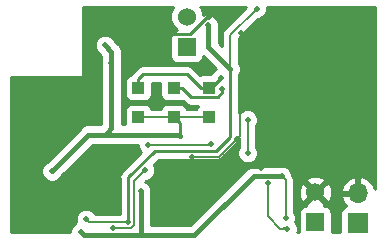
<source format=gbl>
G04 #@! TF.GenerationSoftware,KiCad,Pcbnew,(5.0.0)*
G04 #@! TF.CreationDate,2019-04-04T15:00:13-04:00*
G04 #@! TF.ProjectId,motion_ppg,6D6F74696F6E5F7070672E6B69636164,rev?*
G04 #@! TF.SameCoordinates,Original*
G04 #@! TF.FileFunction,Copper,L2,Bot,Signal*
G04 #@! TF.FilePolarity,Positive*
%FSLAX46Y46*%
G04 Gerber Fmt 4.6, Leading zero omitted, Abs format (unit mm)*
G04 Created by KiCad (PCBNEW (5.0.0)) date 04/04/19 15:00:13*
%MOMM*%
%LPD*%
G01*
G04 APERTURE LIST*
G04 #@! TA.AperFunction,ComponentPad*
%ADD10R,1.700000X1.700000*%
G04 #@! TD*
G04 #@! TA.AperFunction,ComponentPad*
%ADD11O,1.700000X1.700000*%
G04 #@! TD*
G04 #@! TA.AperFunction,ComponentPad*
%ADD12R,1.524000X1.524000*%
G04 #@! TD*
G04 #@! TA.AperFunction,ComponentPad*
%ADD13C,1.524000*%
G04 #@! TD*
G04 #@! TA.AperFunction,SMDPad,CuDef*
%ADD14R,1.000000X1.000000*%
G04 #@! TD*
G04 #@! TA.AperFunction,ViaPad*
%ADD15C,0.508000*%
G04 #@! TD*
G04 #@! TA.AperFunction,Conductor*
%ADD16C,0.457200*%
G04 #@! TD*
G04 #@! TA.AperFunction,Conductor*
%ADD17C,0.229000*%
G04 #@! TD*
G04 #@! TA.AperFunction,Conductor*
%ADD18C,0.152000*%
G04 #@! TD*
G04 #@! TA.AperFunction,Conductor*
%ADD19C,0.254000*%
G04 #@! TD*
G04 APERTURE END LIST*
D10*
G04 #@! TO.P,P3,1*
G04 #@! TO.N,5V_in_charge*
X295990000Y-144510000D03*
D11*
G04 #@! TO.P,P3,2*
G04 #@! TO.N,DGND*
X295990000Y-141970000D03*
G04 #@! TD*
D12*
G04 #@! TO.P,P2,1*
G04 #@! TO.N,/SWDCLK*
X281500000Y-129560000D03*
D13*
G04 #@! TO.P,P2,2*
G04 #@! TO.N,/SWDIO*
X281500000Y-127020000D03*
G04 #@! TD*
D12*
G04 #@! TO.P,P1,1*
G04 #@! TO.N,/BATT_IN*
X292380000Y-144450000D03*
D13*
G04 #@! TO.P,P1,2*
G04 #@! TO.N,DGND*
X292380000Y-141910000D03*
G04 #@! TD*
D14*
G04 #@! TO.P,IC1,6*
G04 #@! TO.N,DVDD*
X283390000Y-135550000D03*
G04 #@! TO.P,IC1,5*
X280390000Y-135550000D03*
G04 #@! TO.P,IC1,4*
X277390000Y-135550000D03*
G04 #@! TO.P,IC1,3*
G04 #@! TO.N,Net-(IC1-Pad1)*
X277390000Y-133050000D03*
G04 #@! TO.P,IC1,2*
G04 #@! TO.N,Net-(C7-Pad2)*
X280390000Y-133050000D03*
G04 #@! TO.P,IC1,1*
G04 #@! TO.N,Net-(IC1-Pad1)*
X283390000Y-133050000D03*
G04 #@! TD*
D15*
G04 #@! TO.N,DVDD*
X270070000Y-140110000D03*
X280880000Y-137160000D03*
X274640000Y-137010000D03*
X275120000Y-130980000D03*
X274580000Y-129450000D03*
X283390000Y-135550000D03*
G04 #@! TO.N,VCC*
X289520000Y-140520000D03*
X289860000Y-144040000D03*
X277600000Y-141800000D03*
X272520000Y-145250000D03*
G04 #@! TO.N,DGND*
X287740000Y-139830000D03*
X268940000Y-142137500D03*
X279070000Y-128500000D03*
X268986000Y-135610000D03*
X276820000Y-128420000D03*
X283370650Y-127041543D03*
X286046109Y-128376109D03*
X289500000Y-126390000D03*
X281920000Y-138891801D03*
X286342621Y-134407254D03*
X285740000Y-137403598D03*
G04 #@! TO.N,/LOAD_SW_CTRL*
X277940000Y-140010000D03*
X275210000Y-144910000D03*
G04 #@! TO.N,/BATT_IN*
X290000000Y-145010000D03*
X288340000Y-141140000D03*
G04 #@! TO.N,1.8V*
X285179580Y-131429580D03*
X283320000Y-127700000D03*
X287400000Y-126340000D03*
X276550000Y-144420000D03*
X272990000Y-144160000D03*
G04 #@! TO.N,Net-(C7-Pad2)*
X284510000Y-133120000D03*
G04 #@! TO.N,Net-(IC1-Pad1)*
X284370000Y-132250000D03*
G04 #@! TO.N,Net-(R6-Pad2)*
X286640000Y-138560000D03*
X286640000Y-135760000D03*
G04 #@! TO.N,/ppg_amp_out*
X278246086Y-137866086D03*
X283530000Y-137770000D03*
G04 #@! TD*
D16*
G04 #@! TO.N,DVDD*
X273170000Y-137010000D02*
X274640000Y-137010000D01*
X270070000Y-140110000D02*
X273170000Y-137010000D01*
X280730000Y-137010000D02*
X280880000Y-137160000D01*
X274640000Y-137010000D02*
X279270000Y-137010000D01*
X279270000Y-137010000D02*
X280730000Y-137010000D01*
X275120000Y-130980000D02*
X275120000Y-136450000D01*
X275120000Y-136450000D02*
X274640000Y-137010000D01*
X275120000Y-129990000D02*
X275120000Y-130980000D01*
X274580000Y-129450000D02*
X275120000Y-129990000D01*
D17*
X280880000Y-136040000D02*
X280390000Y-135550000D01*
X280880000Y-137160000D02*
X280880000Y-136040000D01*
D18*
X283390000Y-135550000D02*
X280390000Y-135550000D01*
X277390000Y-135550000D02*
X280390000Y-135550000D01*
X283390000Y-135550000D02*
X283390000Y-135770000D01*
G04 #@! TO.N,VCC*
X289520000Y-140520000D02*
X289860000Y-140860000D01*
X289860000Y-140860000D02*
X289860000Y-144040000D01*
D16*
X289520000Y-140520000D02*
X289160790Y-140520000D01*
X289160790Y-140520000D02*
X289145789Y-140504999D01*
X272520000Y-145250000D02*
X272818990Y-145548990D01*
X287175001Y-140504999D02*
X288020000Y-140504999D01*
X282131010Y-145548990D02*
X287175001Y-140504999D01*
X289145789Y-140504999D02*
X288020000Y-140504999D01*
X277600000Y-142159210D02*
X277600000Y-145548990D01*
X277600000Y-141800000D02*
X277600000Y-142159210D01*
X272818990Y-145548990D02*
X277600000Y-145548990D01*
X277600000Y-145548990D02*
X282131010Y-145548990D01*
D17*
G04 #@! TO.N,DGND*
X290000000Y-139530000D02*
X292380000Y-141910000D01*
X288040000Y-139530000D02*
X290000000Y-139530000D01*
X287740000Y-139830000D02*
X288040000Y-139530000D01*
D16*
X268986000Y-135610000D02*
X268986000Y-142091500D01*
D18*
X268986000Y-142091500D02*
X268940000Y-142137500D01*
X279070000Y-128500000D02*
X279040000Y-128500000D01*
X268986000Y-135610000D02*
X268990000Y-135610000D01*
X276810000Y-128430000D02*
X276800000Y-128430000D01*
X276820000Y-128420000D02*
X276810000Y-128430000D01*
D17*
X283207523Y-127041543D02*
X283370650Y-127041543D01*
X281749066Y-128500000D02*
X283207523Y-127041543D01*
X279070000Y-128500000D02*
X281749066Y-128500000D01*
D18*
X286046109Y-128376109D02*
X287513891Y-128376109D01*
X287513891Y-128376109D02*
X289500000Y-126390000D01*
X281920000Y-138891801D02*
X283978199Y-138891801D01*
X287380790Y-139830000D02*
X287740000Y-139830000D01*
X286676046Y-139830000D02*
X287380790Y-139830000D01*
X285770000Y-138923954D02*
X286676046Y-139830000D01*
X283978199Y-138891801D02*
X284251797Y-138891801D01*
X284251797Y-138891801D02*
X285740000Y-137403598D01*
X285770000Y-137792808D02*
X285770000Y-138923954D01*
X285740000Y-137762808D02*
X285770000Y-137792808D01*
X285740000Y-137403598D02*
X285740000Y-137762808D01*
X286088622Y-134661253D02*
X286342621Y-134407254D01*
X285993999Y-134755876D02*
X286088622Y-134661253D01*
X285993999Y-137149599D02*
X285993999Y-134755876D01*
X285740000Y-137403598D02*
X285993999Y-137149599D01*
G04 #@! TO.N,/LOAD_SW_CTRL*
X276773954Y-144910000D02*
X275210000Y-144910000D01*
X277032401Y-144651553D02*
X276773954Y-144910000D01*
X277032401Y-140917599D02*
X277940000Y-140010000D01*
X277032401Y-144651553D02*
X277032401Y-140917599D01*
G04 #@! TO.N,/BATT_IN*
X290000000Y-145010000D02*
X289940000Y-144950000D01*
X289940000Y-144950000D02*
X289370000Y-144960000D01*
X289370000Y-144960000D02*
X288340000Y-143930000D01*
X288340000Y-143930000D02*
X288340000Y-141140000D01*
D16*
G04 #@! TO.N,1.8V*
X283320000Y-129570000D02*
X283320000Y-127700000D01*
X285179580Y-131429580D02*
X283320000Y-129570000D01*
D18*
X285179580Y-131429580D02*
X285179580Y-128560420D01*
X285179580Y-128560420D02*
X287400000Y-126340000D01*
X276550000Y-144420000D02*
X273250000Y-144420000D01*
X273250000Y-144420000D02*
X272990000Y-144160000D01*
D17*
X285179580Y-131788790D02*
X285179580Y-131429580D01*
X285179580Y-137201354D02*
X285179580Y-131788790D01*
X284010033Y-138370901D02*
X285179580Y-137201354D01*
X278808165Y-138370901D02*
X284010033Y-138370901D01*
X276550000Y-140629066D02*
X278808165Y-138370901D01*
X276550000Y-144420000D02*
X276550000Y-140629066D01*
G04 #@! TO.N,Net-(C7-Pad2)*
X281119000Y-133050000D02*
X281885901Y-133816901D01*
X281885901Y-133816901D02*
X284103521Y-133816901D01*
X284510000Y-133410422D02*
X284510000Y-133120000D01*
X284103521Y-133816901D02*
X284510000Y-133410422D01*
X280390000Y-133050000D02*
X281119000Y-133050000D01*
G04 #@! TO.N,Net-(IC1-Pad1)*
X283390000Y-133050000D02*
X283570000Y-133050000D01*
X283570000Y-133050000D02*
X284370000Y-132250000D01*
X277390000Y-132321000D02*
X277821000Y-131890000D01*
X277390000Y-133050000D02*
X277390000Y-132321000D01*
X282661000Y-133050000D02*
X283390000Y-133050000D01*
X281501000Y-131890000D02*
X282661000Y-133050000D01*
X277821000Y-131890000D02*
X281501000Y-131890000D01*
D18*
G04 #@! TO.N,Net-(R6-Pad2)*
X286640000Y-135760000D02*
X286620000Y-135740000D01*
X286640000Y-138560000D02*
X286640000Y-135760000D01*
G04 #@! TO.N,/ppg_amp_out*
X278246086Y-137866086D02*
X283433914Y-137866086D01*
X283433914Y-137866086D02*
X283530000Y-137770000D01*
G04 #@! TD*
D19*
G04 #@! TO.N,DGND*
G36*
X297415000Y-141573331D02*
X297261645Y-141203076D01*
X296871358Y-140774817D01*
X296346892Y-140528514D01*
X296117000Y-140649181D01*
X296117000Y-141843000D01*
X296137000Y-141843000D01*
X296137000Y-142097000D01*
X296117000Y-142097000D01*
X296117000Y-142117000D01*
X295863000Y-142117000D01*
X295863000Y-142097000D01*
X294669845Y-142097000D01*
X294548524Y-142326890D01*
X294718355Y-142736924D01*
X294995708Y-143041261D01*
X294892235Y-143061843D01*
X294682191Y-143202191D01*
X294541843Y-143412235D01*
X294492560Y-143660000D01*
X294492560Y-145295000D01*
X293772930Y-145295000D01*
X293789440Y-145212000D01*
X293789440Y-143688000D01*
X293740157Y-143440235D01*
X293599809Y-143230191D01*
X293389765Y-143089843D01*
X293142000Y-143040560D01*
X293137484Y-143040560D01*
X293180608Y-142890213D01*
X292380000Y-142089605D01*
X291579392Y-142890213D01*
X291622516Y-143040560D01*
X291618000Y-143040560D01*
X291370235Y-143089843D01*
X291160191Y-143230191D01*
X291019843Y-143440235D01*
X290970560Y-143688000D01*
X290970560Y-145212000D01*
X290987070Y-145295000D01*
X290844196Y-145295000D01*
X290889000Y-145186833D01*
X290889000Y-144833167D01*
X290753658Y-144506422D01*
X290665546Y-144418310D01*
X290749000Y-144216833D01*
X290749000Y-143863167D01*
X290613658Y-143536422D01*
X290571000Y-143493764D01*
X290571000Y-141702302D01*
X290970856Y-141702302D01*
X290998638Y-142257368D01*
X291157603Y-142641143D01*
X291399787Y-142710608D01*
X292200395Y-141910000D01*
X292559605Y-141910000D01*
X293360213Y-142710608D01*
X293602397Y-142641143D01*
X293789144Y-142117698D01*
X293763889Y-141613110D01*
X294548524Y-141613110D01*
X294669845Y-141843000D01*
X295863000Y-141843000D01*
X295863000Y-140649181D01*
X295633108Y-140528514D01*
X295108642Y-140774817D01*
X294718355Y-141203076D01*
X294548524Y-141613110D01*
X293763889Y-141613110D01*
X293761362Y-141562632D01*
X293602397Y-141178857D01*
X293360213Y-141109392D01*
X292559605Y-141910000D01*
X292200395Y-141910000D01*
X291399787Y-141109392D01*
X291157603Y-141178857D01*
X290970856Y-141702302D01*
X290571000Y-141702302D01*
X290571000Y-140930022D01*
X290571046Y-140929787D01*
X291579392Y-140929787D01*
X292380000Y-141730395D01*
X293180608Y-140929787D01*
X293111143Y-140687603D01*
X292587698Y-140500856D01*
X292032632Y-140528638D01*
X291648857Y-140687603D01*
X291579392Y-140929787D01*
X290571046Y-140929787D01*
X290584928Y-140860000D01*
X290571000Y-140789978D01*
X290571000Y-140789974D01*
X290529747Y-140582582D01*
X290529747Y-140582581D01*
X290412269Y-140406764D01*
X290412267Y-140406762D01*
X290409000Y-140401873D01*
X290409000Y-140343167D01*
X290273658Y-140016422D01*
X290023578Y-139766342D01*
X289696833Y-139631000D01*
X289343167Y-139631000D01*
X289289766Y-139653120D01*
X289230842Y-139641399D01*
X289230838Y-139641399D01*
X289145789Y-139624482D01*
X289060740Y-139641399D01*
X287260048Y-139641399D01*
X287175000Y-139624482D01*
X287089952Y-139641399D01*
X287089948Y-139641399D01*
X286838041Y-139691506D01*
X286647699Y-139818689D01*
X286626032Y-139833167D01*
X286552381Y-139882379D01*
X286504203Y-139954482D01*
X281773297Y-144685390D01*
X278463600Y-144685390D01*
X278463600Y-142038154D01*
X278489000Y-141976833D01*
X278489000Y-141623167D01*
X278353658Y-141296422D01*
X278103578Y-141046342D01*
X277966106Y-140989399D01*
X278056505Y-140899000D01*
X278116833Y-140899000D01*
X278443578Y-140763658D01*
X278693658Y-140513578D01*
X278829000Y-140186833D01*
X278829000Y-139833167D01*
X278705063Y-139533956D01*
X279118618Y-139120401D01*
X283936218Y-139120401D01*
X284010033Y-139135084D01*
X284083848Y-139120401D01*
X284083849Y-139120401D01*
X284302473Y-139076914D01*
X284550392Y-138911260D01*
X284592208Y-138848679D01*
X285657361Y-137783526D01*
X285719939Y-137741713D01*
X285885593Y-137493794D01*
X285929000Y-137275570D01*
X285929000Y-138013764D01*
X285886342Y-138056422D01*
X285751000Y-138383167D01*
X285751000Y-138736833D01*
X285886342Y-139063578D01*
X286136422Y-139313658D01*
X286463167Y-139449000D01*
X286816833Y-139449000D01*
X287143578Y-139313658D01*
X287393658Y-139063578D01*
X287529000Y-138736833D01*
X287529000Y-138383167D01*
X287393658Y-138056422D01*
X287351000Y-138013764D01*
X287351000Y-136306236D01*
X287393658Y-136263578D01*
X287529000Y-135936833D01*
X287529000Y-135583167D01*
X287393658Y-135256422D01*
X287143578Y-135006342D01*
X286816833Y-134871000D01*
X286463167Y-134871000D01*
X286136422Y-135006342D01*
X285929080Y-135213684D01*
X285929080Y-131937316D01*
X285933238Y-131933158D01*
X286068580Y-131606413D01*
X286068580Y-131252747D01*
X285933238Y-130926002D01*
X285890580Y-130883344D01*
X285890580Y-128854925D01*
X287516506Y-127229000D01*
X287576833Y-127229000D01*
X287903578Y-127093658D01*
X288153658Y-126843578D01*
X288289000Y-126516833D01*
X288289000Y-126185000D01*
X297415001Y-126185000D01*
X297415000Y-141573331D01*
X297415000Y-141573331D01*
G37*
X297415000Y-141573331D02*
X297261645Y-141203076D01*
X296871358Y-140774817D01*
X296346892Y-140528514D01*
X296117000Y-140649181D01*
X296117000Y-141843000D01*
X296137000Y-141843000D01*
X296137000Y-142097000D01*
X296117000Y-142097000D01*
X296117000Y-142117000D01*
X295863000Y-142117000D01*
X295863000Y-142097000D01*
X294669845Y-142097000D01*
X294548524Y-142326890D01*
X294718355Y-142736924D01*
X294995708Y-143041261D01*
X294892235Y-143061843D01*
X294682191Y-143202191D01*
X294541843Y-143412235D01*
X294492560Y-143660000D01*
X294492560Y-145295000D01*
X293772930Y-145295000D01*
X293789440Y-145212000D01*
X293789440Y-143688000D01*
X293740157Y-143440235D01*
X293599809Y-143230191D01*
X293389765Y-143089843D01*
X293142000Y-143040560D01*
X293137484Y-143040560D01*
X293180608Y-142890213D01*
X292380000Y-142089605D01*
X291579392Y-142890213D01*
X291622516Y-143040560D01*
X291618000Y-143040560D01*
X291370235Y-143089843D01*
X291160191Y-143230191D01*
X291019843Y-143440235D01*
X290970560Y-143688000D01*
X290970560Y-145212000D01*
X290987070Y-145295000D01*
X290844196Y-145295000D01*
X290889000Y-145186833D01*
X290889000Y-144833167D01*
X290753658Y-144506422D01*
X290665546Y-144418310D01*
X290749000Y-144216833D01*
X290749000Y-143863167D01*
X290613658Y-143536422D01*
X290571000Y-143493764D01*
X290571000Y-141702302D01*
X290970856Y-141702302D01*
X290998638Y-142257368D01*
X291157603Y-142641143D01*
X291399787Y-142710608D01*
X292200395Y-141910000D01*
X292559605Y-141910000D01*
X293360213Y-142710608D01*
X293602397Y-142641143D01*
X293789144Y-142117698D01*
X293763889Y-141613110D01*
X294548524Y-141613110D01*
X294669845Y-141843000D01*
X295863000Y-141843000D01*
X295863000Y-140649181D01*
X295633108Y-140528514D01*
X295108642Y-140774817D01*
X294718355Y-141203076D01*
X294548524Y-141613110D01*
X293763889Y-141613110D01*
X293761362Y-141562632D01*
X293602397Y-141178857D01*
X293360213Y-141109392D01*
X292559605Y-141910000D01*
X292200395Y-141910000D01*
X291399787Y-141109392D01*
X291157603Y-141178857D01*
X290970856Y-141702302D01*
X290571000Y-141702302D01*
X290571000Y-140930022D01*
X290571046Y-140929787D01*
X291579392Y-140929787D01*
X292380000Y-141730395D01*
X293180608Y-140929787D01*
X293111143Y-140687603D01*
X292587698Y-140500856D01*
X292032632Y-140528638D01*
X291648857Y-140687603D01*
X291579392Y-140929787D01*
X290571046Y-140929787D01*
X290584928Y-140860000D01*
X290571000Y-140789978D01*
X290571000Y-140789974D01*
X290529747Y-140582582D01*
X290529747Y-140582581D01*
X290412269Y-140406764D01*
X290412267Y-140406762D01*
X290409000Y-140401873D01*
X290409000Y-140343167D01*
X290273658Y-140016422D01*
X290023578Y-139766342D01*
X289696833Y-139631000D01*
X289343167Y-139631000D01*
X289289766Y-139653120D01*
X289230842Y-139641399D01*
X289230838Y-139641399D01*
X289145789Y-139624482D01*
X289060740Y-139641399D01*
X287260048Y-139641399D01*
X287175000Y-139624482D01*
X287089952Y-139641399D01*
X287089948Y-139641399D01*
X286838041Y-139691506D01*
X286647699Y-139818689D01*
X286626032Y-139833167D01*
X286552381Y-139882379D01*
X286504203Y-139954482D01*
X281773297Y-144685390D01*
X278463600Y-144685390D01*
X278463600Y-142038154D01*
X278489000Y-141976833D01*
X278489000Y-141623167D01*
X278353658Y-141296422D01*
X278103578Y-141046342D01*
X277966106Y-140989399D01*
X278056505Y-140899000D01*
X278116833Y-140899000D01*
X278443578Y-140763658D01*
X278693658Y-140513578D01*
X278829000Y-140186833D01*
X278829000Y-139833167D01*
X278705063Y-139533956D01*
X279118618Y-139120401D01*
X283936218Y-139120401D01*
X284010033Y-139135084D01*
X284083848Y-139120401D01*
X284083849Y-139120401D01*
X284302473Y-139076914D01*
X284550392Y-138911260D01*
X284592208Y-138848679D01*
X285657361Y-137783526D01*
X285719939Y-137741713D01*
X285885593Y-137493794D01*
X285929000Y-137275570D01*
X285929000Y-138013764D01*
X285886342Y-138056422D01*
X285751000Y-138383167D01*
X285751000Y-138736833D01*
X285886342Y-139063578D01*
X286136422Y-139313658D01*
X286463167Y-139449000D01*
X286816833Y-139449000D01*
X287143578Y-139313658D01*
X287393658Y-139063578D01*
X287529000Y-138736833D01*
X287529000Y-138383167D01*
X287393658Y-138056422D01*
X287351000Y-138013764D01*
X287351000Y-136306236D01*
X287393658Y-136263578D01*
X287529000Y-135936833D01*
X287529000Y-135583167D01*
X287393658Y-135256422D01*
X287143578Y-135006342D01*
X286816833Y-134871000D01*
X286463167Y-134871000D01*
X286136422Y-135006342D01*
X285929080Y-135213684D01*
X285929080Y-131937316D01*
X285933238Y-131933158D01*
X286068580Y-131606413D01*
X286068580Y-131252747D01*
X285933238Y-130926002D01*
X285890580Y-130883344D01*
X285890580Y-128854925D01*
X287516506Y-127229000D01*
X287576833Y-127229000D01*
X287903578Y-127093658D01*
X288153658Y-126843578D01*
X288289000Y-126516833D01*
X288289000Y-126185000D01*
X297415001Y-126185000D01*
X297415000Y-141573331D01*
G36*
X280315680Y-126228663D02*
X280103000Y-126742119D01*
X280103000Y-127297881D01*
X280315680Y-127811337D01*
X280668690Y-128164347D01*
X280490235Y-128199843D01*
X280280191Y-128340191D01*
X280139843Y-128550235D01*
X280090560Y-128798000D01*
X280090560Y-130322000D01*
X280139843Y-130569765D01*
X280280191Y-130779809D01*
X280490235Y-130920157D01*
X280738000Y-130969440D01*
X282262000Y-130969440D01*
X282509765Y-130920157D01*
X282719809Y-130779809D01*
X282860157Y-130569765D01*
X282899692Y-130371006D01*
X283978573Y-131449888D01*
X283866422Y-131496342D01*
X283616342Y-131746422D01*
X283551668Y-131902560D01*
X282890000Y-131902560D01*
X282642235Y-131951843D01*
X282630582Y-131959629D01*
X282083175Y-131412222D01*
X282041359Y-131349641D01*
X281793440Y-131183987D01*
X281574816Y-131140500D01*
X281574815Y-131140500D01*
X281501000Y-131125817D01*
X281427185Y-131140500D01*
X277894811Y-131140500D01*
X277820999Y-131125818D01*
X277747188Y-131140500D01*
X277747184Y-131140500D01*
X277528560Y-131183987D01*
X277280641Y-131349641D01*
X277238825Y-131412223D01*
X276912221Y-131738827D01*
X276849642Y-131780641D01*
X276807828Y-131843220D01*
X276749506Y-131930506D01*
X276642235Y-131951843D01*
X276432191Y-132092191D01*
X276291843Y-132302235D01*
X276242560Y-132550000D01*
X276242560Y-133550000D01*
X276291843Y-133797765D01*
X276432191Y-134007809D01*
X276642235Y-134148157D01*
X276890000Y-134197440D01*
X277890000Y-134197440D01*
X278137765Y-134148157D01*
X278347809Y-134007809D01*
X278488157Y-133797765D01*
X278537440Y-133550000D01*
X278537440Y-132639500D01*
X279242560Y-132639500D01*
X279242560Y-133550000D01*
X279291843Y-133797765D01*
X279432191Y-134007809D01*
X279642235Y-134148157D01*
X279890000Y-134197440D01*
X280890000Y-134197440D01*
X281137765Y-134148157D01*
X281149418Y-134140371D01*
X281303728Y-134294681D01*
X281345542Y-134357260D01*
X281456713Y-134431542D01*
X281593460Y-134522914D01*
X281885901Y-134581084D01*
X281959717Y-134566401D01*
X282470788Y-134566401D01*
X282432191Y-134592191D01*
X282291843Y-134802235D01*
X282284530Y-134839000D01*
X281495470Y-134839000D01*
X281488157Y-134802235D01*
X281347809Y-134592191D01*
X281137765Y-134451843D01*
X280890000Y-134402560D01*
X279890000Y-134402560D01*
X279642235Y-134451843D01*
X279432191Y-134592191D01*
X279291843Y-134802235D01*
X279284530Y-134839000D01*
X278495470Y-134839000D01*
X278488157Y-134802235D01*
X278347809Y-134592191D01*
X278137765Y-134451843D01*
X277890000Y-134402560D01*
X276890000Y-134402560D01*
X276642235Y-134451843D01*
X276432191Y-134592191D01*
X276291843Y-134802235D01*
X276242560Y-135050000D01*
X276242560Y-136050000D01*
X276261735Y-136146400D01*
X275983600Y-136146400D01*
X275983600Y-131218154D01*
X276009000Y-131156833D01*
X276009000Y-130803167D01*
X275983600Y-130741846D01*
X275983600Y-130075047D01*
X276000517Y-129989999D01*
X275983600Y-129904951D01*
X275983600Y-129904947D01*
X275933493Y-129653040D01*
X275742620Y-129367380D01*
X275670514Y-129319200D01*
X275359059Y-129007746D01*
X275333658Y-128946422D01*
X275083578Y-128696342D01*
X274756833Y-128561000D01*
X274403167Y-128561000D01*
X274076422Y-128696342D01*
X273826342Y-128946422D01*
X273691000Y-129273167D01*
X273691000Y-129626833D01*
X273826342Y-129953578D01*
X274076422Y-130203658D01*
X274137746Y-130229059D01*
X274256400Y-130347714D01*
X274256401Y-130741844D01*
X274231000Y-130803167D01*
X274231000Y-131156833D01*
X274256400Y-131218154D01*
X274256401Y-136130534D01*
X274242802Y-136146400D01*
X273255048Y-136146400D01*
X273169999Y-136129483D01*
X273084950Y-136146400D01*
X273084947Y-136146400D01*
X272833040Y-136196507D01*
X272547380Y-136387380D01*
X272499200Y-136459486D01*
X269627746Y-139330941D01*
X269566422Y-139356342D01*
X269316342Y-139606422D01*
X269181000Y-139933167D01*
X269181000Y-140286833D01*
X269316342Y-140613578D01*
X269566422Y-140863658D01*
X269893167Y-140999000D01*
X270246833Y-140999000D01*
X270573578Y-140863658D01*
X270823658Y-140613578D01*
X270849059Y-140552254D01*
X273527714Y-137873600D01*
X274401846Y-137873600D01*
X274463167Y-137899000D01*
X274816833Y-137899000D01*
X274878154Y-137873600D01*
X277357086Y-137873600D01*
X277357086Y-138042919D01*
X277492428Y-138369664D01*
X277620939Y-138498175D01*
X276072221Y-140046893D01*
X276009642Y-140088707D01*
X275967828Y-140151286D01*
X275843988Y-140336626D01*
X275785817Y-140629066D01*
X275800501Y-140702886D01*
X275800500Y-143709000D01*
X273765436Y-143709000D01*
X273743658Y-143656422D01*
X273493578Y-143406342D01*
X273166833Y-143271000D01*
X272813167Y-143271000D01*
X272486422Y-143406342D01*
X272236342Y-143656422D01*
X272101000Y-143983167D01*
X272101000Y-144336833D01*
X272145009Y-144443080D01*
X272016422Y-144496342D01*
X271766342Y-144746422D01*
X271631000Y-145073167D01*
X271631000Y-145295000D01*
X266585000Y-145295000D01*
X266585000Y-132127000D01*
X272550000Y-132127000D01*
X272598601Y-132117333D01*
X272639803Y-132089803D01*
X272667333Y-132048601D01*
X272677000Y-132000000D01*
X272677000Y-126185000D01*
X280359343Y-126185000D01*
X280315680Y-126228663D01*
X280315680Y-126228663D01*
G37*
X280315680Y-126228663D02*
X280103000Y-126742119D01*
X280103000Y-127297881D01*
X280315680Y-127811337D01*
X280668690Y-128164347D01*
X280490235Y-128199843D01*
X280280191Y-128340191D01*
X280139843Y-128550235D01*
X280090560Y-128798000D01*
X280090560Y-130322000D01*
X280139843Y-130569765D01*
X280280191Y-130779809D01*
X280490235Y-130920157D01*
X280738000Y-130969440D01*
X282262000Y-130969440D01*
X282509765Y-130920157D01*
X282719809Y-130779809D01*
X282860157Y-130569765D01*
X282899692Y-130371006D01*
X283978573Y-131449888D01*
X283866422Y-131496342D01*
X283616342Y-131746422D01*
X283551668Y-131902560D01*
X282890000Y-131902560D01*
X282642235Y-131951843D01*
X282630582Y-131959629D01*
X282083175Y-131412222D01*
X282041359Y-131349641D01*
X281793440Y-131183987D01*
X281574816Y-131140500D01*
X281574815Y-131140500D01*
X281501000Y-131125817D01*
X281427185Y-131140500D01*
X277894811Y-131140500D01*
X277820999Y-131125818D01*
X277747188Y-131140500D01*
X277747184Y-131140500D01*
X277528560Y-131183987D01*
X277280641Y-131349641D01*
X277238825Y-131412223D01*
X276912221Y-131738827D01*
X276849642Y-131780641D01*
X276807828Y-131843220D01*
X276749506Y-131930506D01*
X276642235Y-131951843D01*
X276432191Y-132092191D01*
X276291843Y-132302235D01*
X276242560Y-132550000D01*
X276242560Y-133550000D01*
X276291843Y-133797765D01*
X276432191Y-134007809D01*
X276642235Y-134148157D01*
X276890000Y-134197440D01*
X277890000Y-134197440D01*
X278137765Y-134148157D01*
X278347809Y-134007809D01*
X278488157Y-133797765D01*
X278537440Y-133550000D01*
X278537440Y-132639500D01*
X279242560Y-132639500D01*
X279242560Y-133550000D01*
X279291843Y-133797765D01*
X279432191Y-134007809D01*
X279642235Y-134148157D01*
X279890000Y-134197440D01*
X280890000Y-134197440D01*
X281137765Y-134148157D01*
X281149418Y-134140371D01*
X281303728Y-134294681D01*
X281345542Y-134357260D01*
X281456713Y-134431542D01*
X281593460Y-134522914D01*
X281885901Y-134581084D01*
X281959717Y-134566401D01*
X282470788Y-134566401D01*
X282432191Y-134592191D01*
X282291843Y-134802235D01*
X282284530Y-134839000D01*
X281495470Y-134839000D01*
X281488157Y-134802235D01*
X281347809Y-134592191D01*
X281137765Y-134451843D01*
X280890000Y-134402560D01*
X279890000Y-134402560D01*
X279642235Y-134451843D01*
X279432191Y-134592191D01*
X279291843Y-134802235D01*
X279284530Y-134839000D01*
X278495470Y-134839000D01*
X278488157Y-134802235D01*
X278347809Y-134592191D01*
X278137765Y-134451843D01*
X277890000Y-134402560D01*
X276890000Y-134402560D01*
X276642235Y-134451843D01*
X276432191Y-134592191D01*
X276291843Y-134802235D01*
X276242560Y-135050000D01*
X276242560Y-136050000D01*
X276261735Y-136146400D01*
X275983600Y-136146400D01*
X275983600Y-131218154D01*
X276009000Y-131156833D01*
X276009000Y-130803167D01*
X275983600Y-130741846D01*
X275983600Y-130075047D01*
X276000517Y-129989999D01*
X275983600Y-129904951D01*
X275983600Y-129904947D01*
X275933493Y-129653040D01*
X275742620Y-129367380D01*
X275670514Y-129319200D01*
X275359059Y-129007746D01*
X275333658Y-128946422D01*
X275083578Y-128696342D01*
X274756833Y-128561000D01*
X274403167Y-128561000D01*
X274076422Y-128696342D01*
X273826342Y-128946422D01*
X273691000Y-129273167D01*
X273691000Y-129626833D01*
X273826342Y-129953578D01*
X274076422Y-130203658D01*
X274137746Y-130229059D01*
X274256400Y-130347714D01*
X274256401Y-130741844D01*
X274231000Y-130803167D01*
X274231000Y-131156833D01*
X274256400Y-131218154D01*
X274256401Y-136130534D01*
X274242802Y-136146400D01*
X273255048Y-136146400D01*
X273169999Y-136129483D01*
X273084950Y-136146400D01*
X273084947Y-136146400D01*
X272833040Y-136196507D01*
X272547380Y-136387380D01*
X272499200Y-136459486D01*
X269627746Y-139330941D01*
X269566422Y-139356342D01*
X269316342Y-139606422D01*
X269181000Y-139933167D01*
X269181000Y-140286833D01*
X269316342Y-140613578D01*
X269566422Y-140863658D01*
X269893167Y-140999000D01*
X270246833Y-140999000D01*
X270573578Y-140863658D01*
X270823658Y-140613578D01*
X270849059Y-140552254D01*
X273527714Y-137873600D01*
X274401846Y-137873600D01*
X274463167Y-137899000D01*
X274816833Y-137899000D01*
X274878154Y-137873600D01*
X277357086Y-137873600D01*
X277357086Y-138042919D01*
X277492428Y-138369664D01*
X277620939Y-138498175D01*
X276072221Y-140046893D01*
X276009642Y-140088707D01*
X275967828Y-140151286D01*
X275843988Y-140336626D01*
X275785817Y-140629066D01*
X275800501Y-140702886D01*
X275800500Y-143709000D01*
X273765436Y-143709000D01*
X273743658Y-143656422D01*
X273493578Y-143406342D01*
X273166833Y-143271000D01*
X272813167Y-143271000D01*
X272486422Y-143406342D01*
X272236342Y-143656422D01*
X272101000Y-143983167D01*
X272101000Y-144336833D01*
X272145009Y-144443080D01*
X272016422Y-144496342D01*
X271766342Y-144746422D01*
X271631000Y-145073167D01*
X271631000Y-145295000D01*
X266585000Y-145295000D01*
X266585000Y-132127000D01*
X272550000Y-132127000D01*
X272598601Y-132117333D01*
X272639803Y-132089803D01*
X272667333Y-132048601D01*
X272677000Y-132000000D01*
X272677000Y-126185000D01*
X280359343Y-126185000D01*
X280315680Y-126228663D01*
G36*
X286511000Y-126223494D02*
X284726342Y-128008153D01*
X284666979Y-128047818D01*
X284627314Y-128107181D01*
X284627312Y-128107183D01*
X284509834Y-128283002D01*
X284454652Y-128560420D01*
X284468581Y-128630445D01*
X284468581Y-129497267D01*
X284183600Y-129212287D01*
X284183600Y-127938154D01*
X284209000Y-127876833D01*
X284209000Y-127523167D01*
X284073658Y-127196422D01*
X283823578Y-126946342D01*
X283496833Y-126811000D01*
X283143167Y-126811000D01*
X282897000Y-126912966D01*
X282897000Y-126742119D01*
X282684320Y-126228663D01*
X282640657Y-126185000D01*
X286511000Y-126185000D01*
X286511000Y-126223494D01*
X286511000Y-126223494D01*
G37*
X286511000Y-126223494D02*
X284726342Y-128008153D01*
X284666979Y-128047818D01*
X284627314Y-128107181D01*
X284627312Y-128107183D01*
X284509834Y-128283002D01*
X284454652Y-128560420D01*
X284468581Y-128630445D01*
X284468581Y-129497267D01*
X284183600Y-129212287D01*
X284183600Y-127938154D01*
X284209000Y-127876833D01*
X284209000Y-127523167D01*
X284073658Y-127196422D01*
X283823578Y-126946342D01*
X283496833Y-126811000D01*
X283143167Y-126811000D01*
X282897000Y-126912966D01*
X282897000Y-126742119D01*
X282684320Y-126228663D01*
X282640657Y-126185000D01*
X286511000Y-126185000D01*
X286511000Y-126223494D01*
G04 #@! TD*
M02*

</source>
